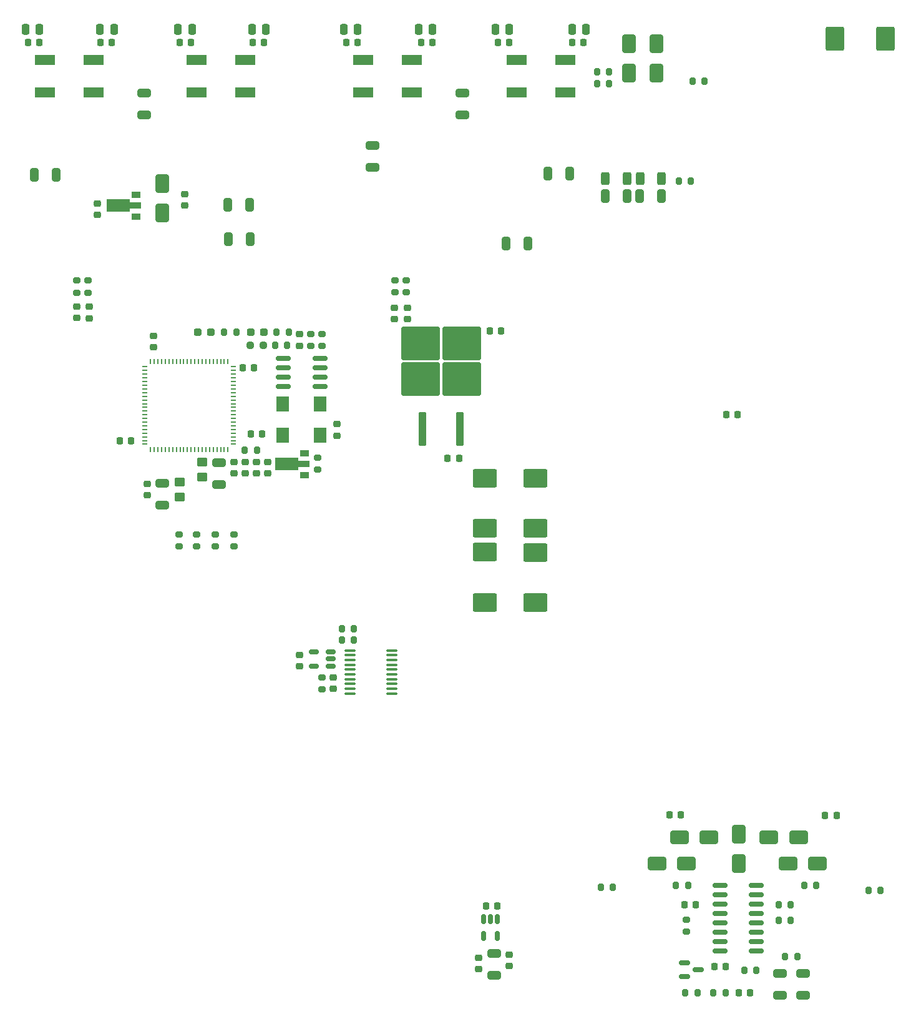
<source format=gbr>
%TF.GenerationSoftware,KiCad,Pcbnew,8.0.0-8.0.0-1~ubuntu22.04.1*%
%TF.CreationDate,2024-03-14T12:00:59+07:00*%
%TF.ProjectId,daw00,64617730-302e-46b6-9963-61645f706362,rev?*%
%TF.SameCoordinates,Original*%
%TF.FileFunction,Paste,Top*%
%TF.FilePolarity,Positive*%
%FSLAX46Y46*%
G04 Gerber Fmt 4.6, Leading zero omitted, Abs format (unit mm)*
G04 Created by KiCad (PCBNEW 8.0.0-8.0.0-1~ubuntu22.04.1) date 2024-03-14 12:00:59*
%MOMM*%
%LPD*%
G01*
G04 APERTURE LIST*
G04 Aperture macros list*
%AMRoundRect*
0 Rectangle with rounded corners*
0 $1 Rounding radius*
0 $2 $3 $4 $5 $6 $7 $8 $9 X,Y pos of 4 corners*
0 Add a 4 corners polygon primitive as box body*
4,1,4,$2,$3,$4,$5,$6,$7,$8,$9,$2,$3,0*
0 Add four circle primitives for the rounded corners*
1,1,$1+$1,$2,$3*
1,1,$1+$1,$4,$5*
1,1,$1+$1,$6,$7*
1,1,$1+$1,$8,$9*
0 Add four rect primitives between the rounded corners*
20,1,$1+$1,$2,$3,$4,$5,0*
20,1,$1+$1,$4,$5,$6,$7,0*
20,1,$1+$1,$6,$7,$8,$9,0*
20,1,$1+$1,$8,$9,$2,$3,0*%
%AMFreePoly0*
4,1,9,3.862500,-0.866500,0.737500,-0.866500,0.737500,-0.450000,-0.737500,-0.450000,-0.737500,0.450000,0.737500,0.450000,0.737500,0.866500,3.862500,0.866500,3.862500,-0.866500,3.862500,-0.866500,$1*%
G04 Aperture macros list end*
%ADD10RoundRect,0.200000X0.200000X0.275000X-0.200000X0.275000X-0.200000X-0.275000X0.200000X-0.275000X0*%
%ADD11RoundRect,0.250000X-0.450000X0.350000X-0.450000X-0.350000X0.450000X-0.350000X0.450000X0.350000X0*%
%ADD12RoundRect,0.250000X-0.650000X0.325000X-0.650000X-0.325000X0.650000X-0.325000X0.650000X0.325000X0*%
%ADD13RoundRect,0.225000X-0.225000X-0.250000X0.225000X-0.250000X0.225000X0.250000X-0.225000X0.250000X0*%
%ADD14RoundRect,0.200000X-0.200000X-0.275000X0.200000X-0.275000X0.200000X0.275000X-0.200000X0.275000X0*%
%ADD15RoundRect,0.250000X-0.250000X-0.475000X0.250000X-0.475000X0.250000X0.475000X-0.250000X0.475000X0*%
%ADD16RoundRect,0.225000X0.250000X-0.225000X0.250000X0.225000X-0.250000X0.225000X-0.250000X-0.225000X0*%
%ADD17RoundRect,0.250000X0.650000X-0.325000X0.650000X0.325000X-0.650000X0.325000X-0.650000X-0.325000X0*%
%ADD18RoundRect,0.200000X-0.275000X0.200000X-0.275000X-0.200000X0.275000X-0.200000X0.275000X0.200000X0*%
%ADD19R,2.800000X1.400000*%
%ADD20RoundRect,0.225000X-0.250000X0.225000X-0.250000X-0.225000X0.250000X-0.225000X0.250000X0.225000X0*%
%ADD21RoundRect,0.250000X-1.000000X1.400000X-1.000000X-1.400000X1.000000X-1.400000X1.000000X1.400000X0*%
%ADD22R,1.800000X2.000000*%
%ADD23RoundRect,0.237500X-0.287500X-0.237500X0.287500X-0.237500X0.287500X0.237500X-0.287500X0.237500X0*%
%ADD24R,1.300000X0.900000*%
%ADD25FreePoly0,180.000000*%
%ADD26RoundRect,0.218750X-0.256250X0.218750X-0.256250X-0.218750X0.256250X-0.218750X0.256250X0.218750X0*%
%ADD27RoundRect,0.200000X0.275000X-0.200000X0.275000X0.200000X-0.275000X0.200000X-0.275000X-0.200000X0*%
%ADD28RoundRect,0.250000X-0.650000X1.000000X-0.650000X-1.000000X0.650000X-1.000000X0.650000X1.000000X0*%
%ADD29RoundRect,0.250000X-1.400000X-1.000000X1.400000X-1.000000X1.400000X1.000000X-1.400000X1.000000X0*%
%ADD30RoundRect,0.250000X1.000000X0.650000X-1.000000X0.650000X-1.000000X-0.650000X1.000000X-0.650000X0*%
%ADD31RoundRect,0.150000X0.825000X0.150000X-0.825000X0.150000X-0.825000X-0.150000X0.825000X-0.150000X0*%
%ADD32RoundRect,0.250000X-1.000000X-0.650000X1.000000X-0.650000X1.000000X0.650000X-1.000000X0.650000X0*%
%ADD33RoundRect,0.250000X0.312500X0.625000X-0.312500X0.625000X-0.312500X-0.625000X0.312500X-0.625000X0*%
%ADD34RoundRect,0.225000X0.225000X0.250000X-0.225000X0.250000X-0.225000X-0.250000X0.225000X-0.250000X0*%
%ADD35RoundRect,0.250000X0.325000X0.650000X-0.325000X0.650000X-0.325000X-0.650000X0.325000X-0.650000X0*%
%ADD36RoundRect,0.250000X-0.325000X-0.650000X0.325000X-0.650000X0.325000X0.650000X-0.325000X0.650000X0*%
%ADD37RoundRect,0.250000X0.250000X0.475000X-0.250000X0.475000X-0.250000X-0.475000X0.250000X-0.475000X0*%
%ADD38RoundRect,0.237500X0.250000X0.237500X-0.250000X0.237500X-0.250000X-0.237500X0.250000X-0.237500X0*%
%ADD39RoundRect,0.100000X-0.637500X-0.100000X0.637500X-0.100000X0.637500X0.100000X-0.637500X0.100000X0*%
%ADD40RoundRect,0.150000X-0.587500X-0.150000X0.587500X-0.150000X0.587500X0.150000X-0.587500X0.150000X0*%
%ADD41RoundRect,0.150000X-0.825000X-0.150000X0.825000X-0.150000X0.825000X0.150000X-0.825000X0.150000X0*%
%ADD42RoundRect,0.250000X0.300000X-2.050000X0.300000X2.050000X-0.300000X2.050000X-0.300000X-2.050000X0*%
%ADD43RoundRect,0.250000X2.375000X-2.025000X2.375000X2.025000X-2.375000X2.025000X-2.375000X-2.025000X0*%
%ADD44RoundRect,0.150000X-0.150000X0.512500X-0.150000X-0.512500X0.150000X-0.512500X0.150000X0.512500X0*%
%ADD45RoundRect,0.150000X0.512500X0.150000X-0.512500X0.150000X-0.512500X-0.150000X0.512500X-0.150000X0*%
%ADD46R,0.250000X0.800000*%
%ADD47R,0.800000X0.250000*%
%ADD48RoundRect,0.250000X-0.312500X-0.625000X0.312500X-0.625000X0.312500X0.625000X-0.312500X0.625000X0*%
G04 APERTURE END LIST*
D10*
%TO.C,R24*%
X96075000Y-23876000D03*
X94425000Y-23876000D03*
%TD*%
D11*
%TO.C,FER1*%
X40894000Y-75200000D03*
X40894000Y-77200000D03*
%TD*%
D12*
%TO.C,C1*%
X43180000Y-75233000D03*
X43180000Y-78183000D03*
%TD*%
D13*
%TO.C,C111*%
X111963500Y-68742500D03*
X113513500Y-68742500D03*
%TD*%
D14*
%TO.C,R34*%
X94933000Y-132842000D03*
X96583000Y-132842000D03*
%TD*%
D15*
%TO.C,C32*%
X47630000Y-16510000D03*
X49530000Y-16510000D03*
%TD*%
D13*
%TO.C,C102*%
X106329500Y-135227500D03*
X107879500Y-135227500D03*
%TD*%
D12*
%TO.C,C63*%
X80472000Y-141774000D03*
X80472000Y-144724000D03*
%TD*%
D16*
%TO.C,C62*%
X82550000Y-143523000D03*
X82550000Y-141973000D03*
%TD*%
D17*
%TO.C,C20*%
X33020000Y-28096000D03*
X33020000Y-25146000D03*
%TD*%
D18*
%TO.C,R9*%
X57150000Y-57778000D03*
X57150000Y-59428000D03*
%TD*%
D19*
%TO.C,L10*%
X90170000Y-25060000D03*
X90170000Y-20660000D03*
%TD*%
D20*
%TO.C,C53*%
X54102000Y-57841000D03*
X54102000Y-59391000D03*
%TD*%
D21*
%TO.C,VD1*%
X133546000Y-17780000D03*
X126746000Y-17780000D03*
%TD*%
D16*
%TO.C,C51*%
X48244000Y-76721000D03*
X48244000Y-75171000D03*
%TD*%
%TO.C,C48*%
X46720000Y-76721000D03*
X46720000Y-75171000D03*
%TD*%
D22*
%TO.C,X1*%
X56896000Y-67298000D03*
X51816000Y-67298000D03*
X51816000Y-71498000D03*
X56896000Y-71498000D03*
%TD*%
D10*
%TO.C,R11*%
X52387000Y-59365000D03*
X50737000Y-59365000D03*
%TD*%
D23*
%TO.C,HL6*%
X47512000Y-57587000D03*
X49262000Y-57587000D03*
%TD*%
D15*
%TO.C,C91*%
X60076000Y-16510000D03*
X61976000Y-16510000D03*
%TD*%
D18*
%TO.C,R10*%
X55626000Y-57778000D03*
X55626000Y-59428000D03*
%TD*%
D10*
%TO.C,R19*%
X96075000Y-22225000D03*
X94425000Y-22225000D03*
%TD*%
D24*
%TO.C,Q1*%
X54782000Y-76938000D03*
D25*
X54694500Y-75438000D03*
D24*
X54782000Y-73938000D03*
%TD*%
D20*
%TO.C,C57*%
X49784000Y-75171000D03*
X49784000Y-76721000D03*
%TD*%
D26*
%TO.C,HL1*%
X23876000Y-54051000D03*
X23876000Y-55626000D03*
%TD*%
D19*
%TO.C,L15*%
X62738000Y-25060000D03*
X62738000Y-20660000D03*
%TD*%
%TO.C,L4*%
X40132000Y-25060000D03*
X40132000Y-20660000D03*
%TD*%
D27*
%TO.C,R26*%
X106596500Y-138846500D03*
X106596500Y-137196500D03*
%TD*%
D28*
%TO.C,VD15*%
X102467000Y-18415000D03*
X102467000Y-22415000D03*
%TD*%
D16*
%TO.C,C52*%
X59182000Y-71570000D03*
X59182000Y-70020000D03*
%TD*%
D29*
%TO.C,VD12*%
X86106000Y-77372000D03*
X86106000Y-84172000D03*
%TD*%
D26*
%TO.C,HL4*%
X66929000Y-54203500D03*
X66929000Y-55778500D03*
%TD*%
D30*
%TO.C,VD7*%
X121772500Y-126083500D03*
X117772500Y-126083500D03*
%TD*%
D10*
%TO.C,R31*%
X120733000Y-135227500D03*
X119083000Y-135227500D03*
%TD*%
D31*
%TO.C,U9*%
X56831000Y-64953000D03*
X56831000Y-63683000D03*
X56831000Y-62413000D03*
X56831000Y-61143000D03*
X51881000Y-61143000D03*
X51881000Y-62413000D03*
X51881000Y-63683000D03*
X51881000Y-64953000D03*
%TD*%
D13*
%TO.C,C94*%
X91046000Y-18288000D03*
X92596000Y-18288000D03*
%TD*%
D32*
%TO.C,VD6*%
X105612500Y-126083500D03*
X109612500Y-126083500D03*
%TD*%
D33*
%TO.C,R41*%
X103189500Y-36703000D03*
X100264500Y-36703000D03*
%TD*%
D32*
%TO.C,VD4*%
X120344500Y-129639500D03*
X124344500Y-129639500D03*
%TD*%
D14*
%TO.C,R25*%
X114407500Y-144117500D03*
X116057500Y-144117500D03*
%TD*%
D13*
%TO.C,C45*%
X17246000Y-18288000D03*
X18796000Y-18288000D03*
%TD*%
D34*
%TO.C,C7*%
X75718000Y-74676000D03*
X74168000Y-74676000D03*
%TD*%
D13*
%TO.C,C8*%
X79909000Y-57404000D03*
X81459000Y-57404000D03*
%TD*%
D19*
%TO.C,L2*%
X46736000Y-25060000D03*
X46736000Y-20660000D03*
%TD*%
D14*
%TO.C,R23*%
X59818000Y-97790000D03*
X61468000Y-97790000D03*
%TD*%
D18*
%TO.C,R12*%
X42672000Y-84956000D03*
X42672000Y-86606000D03*
%TD*%
%TO.C,R15*%
X40132000Y-84956000D03*
X40132000Y-86606000D03*
%TD*%
D35*
%TO.C,C17*%
X47322000Y-40259000D03*
X44372000Y-40259000D03*
%TD*%
D18*
%TO.C,R20*%
X68580000Y-50483000D03*
X68580000Y-52133000D03*
%TD*%
D20*
%TO.C,C5*%
X54102000Y-101333000D03*
X54102000Y-102883000D03*
%TD*%
D13*
%TO.C,C60*%
X79362000Y-135382000D03*
X80912000Y-135382000D03*
%TD*%
D14*
%TO.C,R45*%
X105538000Y-37084000D03*
X107188000Y-37084000D03*
%TD*%
D29*
%TO.C,VD13*%
X86106000Y-87405000D03*
X86106000Y-94205000D03*
%TD*%
D13*
%TO.C,C40*%
X47726000Y-18288000D03*
X49276000Y-18288000D03*
%TD*%
D27*
%TO.C,R3*%
X23876000Y-52197000D03*
X23876000Y-50547000D03*
%TD*%
D35*
%TO.C,C47*%
X47398200Y-44907200D03*
X44448200Y-44907200D03*
%TD*%
D18*
%TO.C,R2*%
X25400000Y-50547000D03*
X25400000Y-52197000D03*
%TD*%
D36*
%TO.C,C64*%
X82141800Y-45515000D03*
X85091800Y-45515000D03*
%TD*%
D26*
%TO.C,HL3*%
X68707000Y-54203500D03*
X68707000Y-55778500D03*
%TD*%
D37*
%TO.C,C88*%
X82550000Y-16510000D03*
X80650000Y-16510000D03*
%TD*%
D19*
%TO.C,L5*%
X26162000Y-25060000D03*
X26162000Y-20660000D03*
%TD*%
D34*
%TO.C,C43*%
X28588000Y-18288000D03*
X27038000Y-18288000D03*
%TD*%
D20*
%TO.C,C2*%
X38481000Y-38849000D03*
X38481000Y-40399000D03*
%TD*%
D11*
%TO.C,FER2*%
X37846000Y-77867000D03*
X37846000Y-79867000D03*
%TD*%
D10*
%TO.C,R14*%
X45493000Y-57587000D03*
X43843000Y-57587000D03*
%TD*%
D38*
%TO.C,JP1*%
X49172500Y-59365000D03*
X47347500Y-59365000D03*
%TD*%
D39*
%TO.C,U10*%
X60891500Y-100707000D03*
X60891500Y-101357000D03*
X60891500Y-102007000D03*
X60891500Y-102657000D03*
X60891500Y-103307000D03*
X60891500Y-103957000D03*
X60891500Y-104607000D03*
X60891500Y-105257000D03*
X60891500Y-105907000D03*
X60891500Y-106557000D03*
X66616500Y-106557000D03*
X66616500Y-105907000D03*
X66616500Y-105257000D03*
X66616500Y-104607000D03*
X66616500Y-103957000D03*
X66616500Y-103307000D03*
X66616500Y-102657000D03*
X66616500Y-102007000D03*
X66616500Y-101357000D03*
X66616500Y-100707000D03*
%TD*%
D29*
%TO.C,VD11*%
X79248000Y-87376000D03*
X79248000Y-94176000D03*
%TD*%
D40*
%TO.C,VT1*%
X106294000Y-143040500D03*
X106294000Y-144940500D03*
X108169000Y-143990500D03*
%TD*%
D13*
%TO.C,C54*%
X47485000Y-71374000D03*
X49035000Y-71374000D03*
%TD*%
D28*
%TO.C,VD2*%
X35433000Y-37370000D03*
X35433000Y-41370000D03*
%TD*%
D37*
%TO.C,C34*%
X39492000Y-16510000D03*
X37592000Y-16510000D03*
%TD*%
D41*
%TO.C,U13*%
X111106500Y-132560500D03*
X111106500Y-133830500D03*
X111106500Y-135100500D03*
X111106500Y-136370500D03*
X111106500Y-137640500D03*
X111106500Y-138910500D03*
X111106500Y-140180500D03*
X111106500Y-141450500D03*
X116056500Y-141450500D03*
X116056500Y-140180500D03*
X116056500Y-138910500D03*
X116056500Y-137640500D03*
X116056500Y-136370500D03*
X116056500Y-135100500D03*
X116056500Y-133830500D03*
X116056500Y-132560500D03*
%TD*%
D42*
%TO.C,U2*%
X70746000Y-70642000D03*
D43*
X70511000Y-63917000D03*
X76061000Y-63917000D03*
X70511000Y-59067000D03*
X76061000Y-59067000D03*
D42*
X75826000Y-70642000D03*
%TD*%
D19*
%TO.C,L12*%
X83566000Y-25060000D03*
X83566000Y-20660000D03*
%TD*%
D44*
%TO.C,U7*%
X80914000Y-137165500D03*
X79964000Y-137165500D03*
X79014000Y-137165500D03*
X79014000Y-139440500D03*
X80914000Y-139440500D03*
%TD*%
D19*
%TO.C,L13*%
X69342000Y-25060000D03*
X69342000Y-20660000D03*
%TD*%
D15*
%TO.C,C37*%
X16896000Y-16510000D03*
X18796000Y-16510000D03*
%TD*%
D10*
%TO.C,R33*%
X124209000Y-132560500D03*
X122559000Y-132560500D03*
%TD*%
D34*
%TO.C,C96*%
X82563000Y-18288000D03*
X81013000Y-18288000D03*
%TD*%
D29*
%TO.C,VD10*%
X79248000Y-77372000D03*
X79248000Y-84172000D03*
%TD*%
D16*
%TO.C,C61*%
X78359000Y-143904000D03*
X78359000Y-142354000D03*
%TD*%
D14*
%TO.C,R43*%
X107379000Y-23495000D03*
X109029000Y-23495000D03*
%TD*%
%TO.C,R7*%
X46657000Y-73576000D03*
X48307000Y-73576000D03*
%TD*%
D45*
%TO.C,U3*%
X58287500Y-102804000D03*
X58287500Y-101854000D03*
X58287500Y-100904000D03*
X56012500Y-100904000D03*
X56012500Y-102804000D03*
%TD*%
D36*
%TO.C,C21*%
X18096000Y-36195000D03*
X21046000Y-36195000D03*
%TD*%
D10*
%TO.C,R32*%
X120713000Y-137287000D03*
X119063000Y-137287000D03*
%TD*%
D15*
%TO.C,C86*%
X91064000Y-16510000D03*
X92964000Y-16510000D03*
%TD*%
D16*
%TO.C,C49*%
X34290000Y-59619000D03*
X34290000Y-58069000D03*
%TD*%
D12*
%TO.C,C75*%
X76200000Y-25143000D03*
X76200000Y-28093000D03*
%TD*%
D19*
%TO.C,L7*%
X19558000Y-25060000D03*
X19558000Y-20660000D03*
%TD*%
D13*
%TO.C,C109*%
X104254000Y-123012200D03*
X105804000Y-123012200D03*
%TD*%
D10*
%TO.C,R16*%
X52605000Y-57587000D03*
X50955000Y-57587000D03*
%TD*%
D23*
%TO.C,HL5*%
X40287000Y-57587000D03*
X42037000Y-57587000D03*
%TD*%
D34*
%TO.C,C56*%
X31255000Y-72319000D03*
X29705000Y-72319000D03*
%TD*%
D27*
%TO.C,R1*%
X57150000Y-105981000D03*
X57150000Y-104331000D03*
%TD*%
D12*
%TO.C,C6*%
X35433000Y-78027000D03*
X35433000Y-80977000D03*
%TD*%
D24*
%TO.C,U1*%
X31922000Y-41886000D03*
D25*
X31834500Y-40386000D03*
D24*
X31922000Y-38886000D03*
%TD*%
D35*
%TO.C,C71*%
X90756000Y-36068000D03*
X87806000Y-36068000D03*
%TD*%
D27*
%TO.C,R21*%
X67056000Y-52133000D03*
X67056000Y-50483000D03*
%TD*%
D12*
%TO.C,C104*%
X122428000Y-144526000D03*
X122428000Y-147476000D03*
%TD*%
D34*
%TO.C,C103*%
X111943500Y-143609500D03*
X110393500Y-143609500D03*
%TD*%
D46*
%TO.C,U6*%
X33866000Y-73493000D03*
X34366000Y-73493000D03*
X34866000Y-73493000D03*
X35366000Y-73493000D03*
X35866000Y-73493000D03*
X36366000Y-73493000D03*
X36866000Y-73493000D03*
X37366000Y-73493000D03*
X37866000Y-73493000D03*
X38366000Y-73493000D03*
X38866000Y-73493000D03*
X39366000Y-73493000D03*
X39866000Y-73493000D03*
X40366000Y-73493000D03*
X40866000Y-73493000D03*
X41366000Y-73493000D03*
X41866000Y-73493000D03*
X42366000Y-73493000D03*
X42866000Y-73493000D03*
X43366000Y-73493000D03*
X43866000Y-73493000D03*
X44366000Y-73493000D03*
D47*
X45116000Y-72743000D03*
X45116000Y-72243000D03*
X45116000Y-71743000D03*
X45116000Y-71243000D03*
X45116000Y-70743000D03*
X45116000Y-70243000D03*
X45116000Y-69743000D03*
X45116000Y-69243000D03*
X45116000Y-68743000D03*
X45116000Y-68243000D03*
X45116000Y-67743000D03*
X45116000Y-67243000D03*
X45116000Y-66743000D03*
X45116000Y-66243000D03*
X45116000Y-65743000D03*
X45116000Y-65243000D03*
X45116000Y-64743000D03*
X45116000Y-64243000D03*
X45116000Y-63743000D03*
X45116000Y-63243000D03*
X45116000Y-62743000D03*
X45116000Y-62243000D03*
D46*
X44366000Y-61493000D03*
X43866000Y-61493000D03*
X43366000Y-61493000D03*
X42866000Y-61493000D03*
X42366000Y-61493000D03*
X41866000Y-61493000D03*
X41366000Y-61493000D03*
X40866000Y-61493000D03*
X40366000Y-61493000D03*
X39866000Y-61493000D03*
X39366000Y-61493000D03*
X38866000Y-61493000D03*
X38366000Y-61493000D03*
X37866000Y-61493000D03*
X37366000Y-61493000D03*
X36866000Y-61493000D03*
X36366000Y-61493000D03*
X35866000Y-61493000D03*
X35366000Y-61493000D03*
X34866000Y-61493000D03*
X34366000Y-61493000D03*
X33866000Y-61493000D03*
D47*
X33116000Y-62243000D03*
X33116000Y-62743000D03*
X33116000Y-63243000D03*
X33116000Y-63743000D03*
X33116000Y-64243000D03*
X33116000Y-64743000D03*
X33116000Y-65243000D03*
X33116000Y-65743000D03*
X33116000Y-66243000D03*
X33116000Y-66743000D03*
X33116000Y-67243000D03*
X33116000Y-67743000D03*
X33116000Y-68243000D03*
X33116000Y-68743000D03*
X33116000Y-69243000D03*
X33116000Y-69743000D03*
X33116000Y-70243000D03*
X33116000Y-70743000D03*
X33116000Y-71243000D03*
X33116000Y-71743000D03*
X33116000Y-72243000D03*
X33116000Y-72743000D03*
%TD*%
D13*
%TO.C,C99*%
X60426000Y-18288000D03*
X61976000Y-18288000D03*
%TD*%
D34*
%TO.C,C97*%
X72136000Y-18288000D03*
X70586000Y-18288000D03*
%TD*%
D18*
%TO.C,R17*%
X45212000Y-84956000D03*
X45212000Y-86606000D03*
%TD*%
D20*
%TO.C,C3*%
X45196000Y-75171000D03*
X45196000Y-76721000D03*
%TD*%
D37*
%TO.C,C35*%
X28890000Y-16510000D03*
X26990000Y-16510000D03*
%TD*%
D13*
%TO.C,C110*%
X125397000Y-123063000D03*
X126947000Y-123063000D03*
%TD*%
D14*
%TO.C,R27*%
X106406500Y-147165500D03*
X108056500Y-147165500D03*
%TD*%
D26*
%TO.C,HL2*%
X25527000Y-54076500D03*
X25527000Y-55651500D03*
%TD*%
D12*
%TO.C,C105*%
X119253000Y-144526000D03*
X119253000Y-147476000D03*
%TD*%
D13*
%TO.C,C55*%
X46342000Y-62413000D03*
X47892000Y-62413000D03*
%TD*%
D14*
%TO.C,R6*%
X59818000Y-99314000D03*
X61468000Y-99314000D03*
%TD*%
D34*
%TO.C,C42*%
X39370000Y-18288000D03*
X37820000Y-18288000D03*
%TD*%
D36*
%TO.C,C16*%
X95553000Y-39116000D03*
X98503000Y-39116000D03*
%TD*%
D34*
%TO.C,C106*%
X115245500Y-147165500D03*
X113695500Y-147165500D03*
%TD*%
D16*
%TO.C,C4*%
X26670000Y-41656000D03*
X26670000Y-40106000D03*
%TD*%
D30*
%TO.C,VD3*%
X106564500Y-129639500D03*
X102564500Y-129639500D03*
%TD*%
D10*
%TO.C,R28*%
X111866500Y-147165500D03*
X110216500Y-147165500D03*
%TD*%
D28*
%TO.C,VD5*%
X113708500Y-125607500D03*
X113708500Y-129607500D03*
%TD*%
D27*
%TO.C,R8*%
X56515000Y-76200000D03*
X56515000Y-74550000D03*
%TD*%
D35*
%TO.C,C125*%
X103202000Y-39116000D03*
X100252000Y-39116000D03*
%TD*%
D14*
%TO.C,R30*%
X105136500Y-132560500D03*
X106786500Y-132560500D03*
%TD*%
D17*
%TO.C,C74*%
X63957200Y-35206200D03*
X63957200Y-32256200D03*
%TD*%
D18*
%TO.C,R13*%
X37719000Y-84956000D03*
X37719000Y-86606000D03*
%TD*%
D37*
%TO.C,C89*%
X72136000Y-16510000D03*
X70236000Y-16510000D03*
%TD*%
D28*
%TO.C,VD14*%
X98806000Y-18447000D03*
X98806000Y-22447000D03*
%TD*%
D14*
%TO.C,R35*%
X131255000Y-133223000D03*
X132905000Y-133223000D03*
%TD*%
D20*
%TO.C,C50*%
X33401000Y-78092000D03*
X33401000Y-79642000D03*
%TD*%
D48*
%TO.C,R42*%
X95565500Y-36703000D03*
X98490500Y-36703000D03*
%TD*%
D16*
%TO.C,C9*%
X58674000Y-105931000D03*
X58674000Y-104381000D03*
%TD*%
D14*
%TO.C,R29*%
X119975500Y-142191000D03*
X121625500Y-142191000D03*
%TD*%
M02*

</source>
